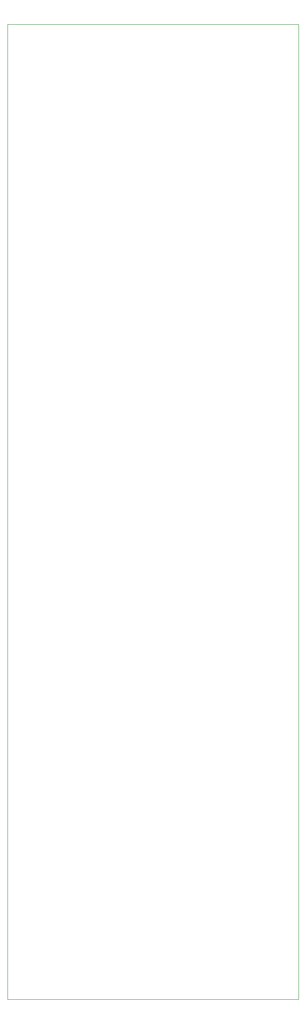
<source format=gm1>
G04 #@! TF.GenerationSoftware,KiCad,Pcbnew,8.0.2*
G04 #@! TF.CreationDate,2024-08-26T09:50:48-06:00*
G04 #@! TF.ProjectId,Perfboard_1_Vertical,50657266-626f-4617-9264-5f315f566572,rev?*
G04 #@! TF.SameCoordinates,Original*
G04 #@! TF.FileFunction,Profile,NP*
%FSLAX46Y46*%
G04 Gerber Fmt 4.6, Leading zero omitted, Abs format (unit mm)*
G04 Created by KiCad (PCBNEW 8.0.2) date 2024-08-26 09:50:48*
%MOMM*%
%LPD*%
G01*
G04 APERTURE LIST*
G04 #@! TA.AperFunction,Profile*
%ADD10C,0.025400*%
G04 #@! TD*
G04 #@! TA.AperFunction,Profile*
%ADD11C,0.050000*%
G04 #@! TD*
G04 APERTURE END LIST*
D10*
X140000000Y-30000000D02*
X84000000Y-30000000D01*
X84000000Y-217000000D02*
X84000000Y-30000000D01*
X140000000Y-30000000D02*
X140000000Y-217000000D01*
D11*
X140000000Y-217000000D02*
X84000000Y-217000000D01*
M02*

</source>
